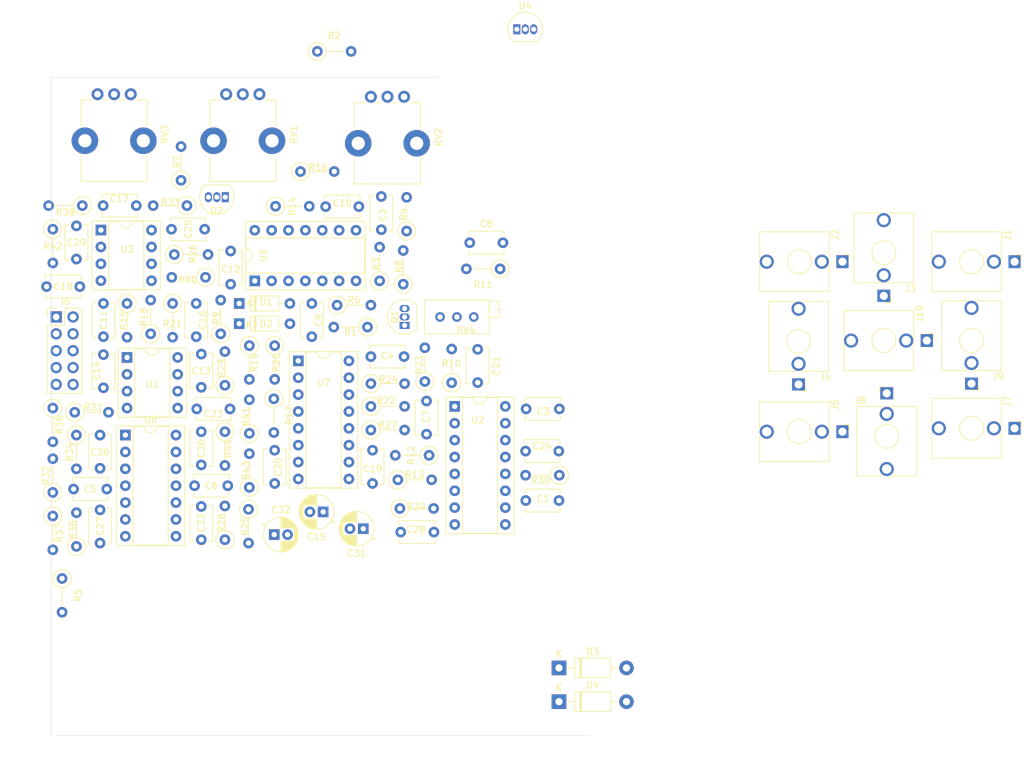
<source format=kicad_pcb>
(kicad_pcb (version 20171130) (host pcbnew "(5.1.0)-1")
  (layers (0 F.Cu signal) (31 B.Cu signal) (34 B.Paste user) (35 F.Paste user) (36 B.SilkS user) (37 F.SilkS user) (38 B.Mask user) (39 F.Mask user) (44 Edge.Cuts user))
  (net 0 "")
  (net 1 GND)
  (net 2 -12V)
  (net 3 "Net-(C2-Pad1)")
  (net 4 "Net-(C2-Pad2)")
  (net 5 +12V)
  (net 6 pin11)
  (net 7 "Net-(C4-Pad2)")
  (net 8 "Net-(C7-Pad1)")
  (net 9 -5VRef)
  (net 10 LP1)
  (net 11 pin4)
  (net 12 "Net-(C12-Pad2)")
  (net 13 "Net-(C12-Pad1)")
  (net 14 LP4)
  (net 15 "Net-(C15-Pad2)")
  (net 16 "Net-(C16-Pad1)")
  (net 17 In)
  (net 18 "Net-(C21-Pad2)")
  (net 19 "Net-(C22-Pad1)")
  (net 20 "Net-(C22-Pad2)")
  (net 21 pin13)
  (net 22 LP2)
  (net 23 "Net-(C24-Pad1)")
  (net 24 pin12)
  (net 25 LP3)
  (net 26 "Net-(C26-Pad2)")
  (net 27 "Net-(C26-Pad1)")
  (net 28 "Net-(C27-Pad1)")
  (net 29 "Net-(C27-Pad2)")
  (net 30 "Net-(C28-Pad1)")
  (net 31 pin5)
  (net 32 "Net-(C30-Pad1)")
  (net 33 "Net-(C30-Pad2)")
  (net 34 "Net-(D1-Pad1)")
  (net 35 "Net-(J1-PadTN)")
  (net 36 "Net-(J1-PadT)")
  (net 37 "Net-(J2-PadTN)")
  (net 38 "Net-(J2-PadT)")
  (net 39 "Net-(J3-PadT)")
  (net 40 "Net-(J3-PadTN)")
  (net 41 "Net-(J4-PadTN)")
  (net 42 "Net-(J5-PadTN)")
  (net 43 "Net-(J5-PadT)")
  (net 44 "Net-(J7-PadT)")
  (net 45 "Net-(J7-PadTN)")
  (net 46 "Net-(J8-PadT)")
  (net 47 "Net-(J8-PadTN)")
  (net 48 "Net-(J9-PadT)")
  (net 49 "Net-(J9-PadTN)")
  (net 50 "Net-(J10-PadTN)")
  (net 51 "Net-(J10-PadT)")
  (net 52 I_RES)
  (net 53 "Net-(Q1-Pad1)")
  (net 54 I_VCA)
  (net 55 "Net-(Q2-Pad1)")
  (net 56 "Net-(R1-Pad1)")
  (net 57 "Net-(R1-Pad2)")
  (net 58 "Net-(R2-Pad1)")
  (net 59 "Net-(R4-Pad2)")
  (net 60 "Net-(R7-Pad2)")
  (net 61 "Net-(R9-Pad1)")
  (net 62 pin2)
  (net 63 "Net-(R17-Pad1)")
  (net 64 pin15)
  (net 65 "Net-(R20-Pad2)")
  (net 66 "Net-(R22-Pad1)")
  (net 67 "Net-(R23-Pad2)")
  (net 68 pin10)
  (net 69 pin7)
  (net 70 "Net-(U2-Pad1)")
  (net 71 "Net-(U7-Pad9)")
  (net 72 "Net-(U7-Pad2)")
  (net 73 "Net-(U7-Pad10)")
  (net 74 "Net-(U7-Pad7)")
  (net 75 "Net-(U7-Pad15)")
  (net 76 "Net-(U7-Pad8)")
  (module Capacitor_THT:C_Disc_D5.1mm_W3.2mm_P5.00mm (layer F.Cu) (at 123.444 109.4232 180)
    (fp_text reference C1 (at 2.413 0.254 180) (layer F.SilkS))
    (fp_text value 100n)
    (pad 1 thru_hole circle (at 0 0 180) (size 1.6 1.6) (drill 0.8) (layers *.Cu *.Mask) (net 1 GND))
    (pad 2 thru_hole circle (at 5 0 180) (size 1.6 1.6) (drill 0.8) (layers *.Cu *.Mask) (net 2 -12V))
  )
  (module Capacitor_THT:C_Disc_D5.1mm_W3.2mm_P5.00mm (layer F.Cu) (at 96.6978 63.6524 270)
    (fp_text reference C2 (at 2.794 -0.254 270) (layer F.SilkS))
    (fp_text value 560p)
    (pad 1 thru_hole circle (at 0 0 270) (size 1.6 1.6) (drill 0.8) (layers *.Cu *.Mask) (net 3 "Net-(C2-Pad1)"))
    (pad 2 thru_hole circle (at 5 0 270) (size 1.6 1.6) (drill 0.8) (layers *.Cu *.Mask) (net 4 "Net-(C2-Pad2)"))
  )
  (module Capacitor_THT:C_Disc_D5.1mm_W3.2mm_P5.00mm (layer F.Cu) (at 123.4948 95.631 180)
    (fp_text reference C3 (at 2.413 -0.381 180) (layer F.SilkS))
    (fp_text value 100n)
    (pad 2 thru_hole circle (at 5 0 180) (size 1.6 1.6) (drill 0.8) (layers *.Cu *.Mask) (net 5 +12V))
    (pad 1 thru_hole circle (at 0 0 180) (size 1.6 1.6) (drill 0.8) (layers *.Cu *.Mask) (net 1 GND))
  )
  (module Capacitor_THT:C_Disc_D5.1mm_W3.2mm_P5.00mm (layer F.Cu) (at 95.123 87.757)
    (fp_text reference C4 (at 2.4638 -0.127) (layer F.SilkS))
    (fp_text value 560p)
    (pad 1 thru_hole circle (at 0 0) (size 1.6 1.6) (drill 0.8) (layers *.Cu *.Mask) (net 6 pin11))
    (pad 2 thru_hole circle (at 5 0) (size 1.6 1.6) (drill 0.8) (layers *.Cu *.Mask) (net 7 "Net-(C4-Pad2)"))
  )
  (module Capacitor_THT:C_Disc_D5.1mm_W3.2mm_P5.00mm (layer F.Cu) (at 55.372 107.696 180)
    (fp_text reference C5 (at 2.54 0 180) (layer F.SilkS))
    (fp_text value 100n)
    (pad 1 thru_hole circle (at 0 0 180) (size 1.6 1.6) (drill 0.8) (layers *.Cu *.Mask) (net 5 +12V))
    (pad 2 thru_hole circle (at 5 0 180) (size 1.6 1.6) (drill 0.8) (layers *.Cu *.Mask) (net 1 GND))
  )
  (module Capacitor_THT:C_Disc_D5.1mm_W3.2mm_P5.00mm (layer F.Cu) (at 68.58 107.188)
    (fp_text reference C6 (at 2.5 0) (layer F.SilkS))
    (fp_text value 100n)
    (pad 1 thru_hole circle (at 0 0) (size 1.6 1.6) (drill 0.8) (layers *.Cu *.Mask) (net 2 -12V))
    (pad 2 thru_hole circle (at 5 0) (size 1.6 1.6) (drill 0.8) (layers *.Cu *.Mask) (net 1 GND))
  )
  (module Capacitor_THT:C_Disc_D5.1mm_W3.2mm_P5.00mm (layer F.Cu) (at 103.505 99.441 90)
    (fp_text reference C7 (at 2.667 0 90) (layer F.SilkS))
    (fp_text value 560p)
    (pad 1 thru_hole circle (at 0 0 90) (size 1.6 1.6) (drill 0.8) (layers *.Cu *.Mask) (net 8 "Net-(C7-Pad1)"))
    (pad 2 thru_hole circle (at 5 0 90) (size 1.6 1.6) (drill 0.8) (layers *.Cu *.Mask) (net 1 GND))
  )
  (module Capacitor_THT:C_Disc_D5.1mm_W3.2mm_P5.00mm (layer F.Cu) (at 110.0074 70.612)
    (fp_text reference C8 (at 2.5 -2.85) (layer F.SilkS))
    (fp_text value 220n)
    (pad 2 thru_hole circle (at 5 0) (size 1.6 1.6) (drill 0.8) (layers *.Cu *.Mask) (net 9 -5VRef))
    (pad 1 thru_hole circle (at 0 0) (size 1.6 1.6) (drill 0.8) (layers *.Cu *.Mask) (net 1 GND))
  )
  (module Capacitor_THT:C_Disc_D5.1mm_W3.2mm_P5.00mm (layer F.Cu) (at 86.233 79.756 270)
    (fp_text reference C9 (at 2.54 -1.016 270) (layer F.SilkS))
    (fp_text value 100n)
    (pad 1 thru_hole circle (at 0 0 270) (size 1.6 1.6) (drill 0.8) (layers *.Cu *.Mask) (net 5 +12V))
    (pad 2 thru_hole circle (at 5 0 270) (size 1.6 1.6) (drill 0.8) (layers *.Cu *.Mask) (net 1 GND))
  )
  (module Capacitor_THT:C_Disc_D5.1mm_W3.2mm_P5.00mm (layer F.Cu) (at 88.3158 65.1764)
    (fp_text reference C10 (at 2.5 -0.508) (layer F.SilkS))
    (fp_text value 100n)
    (pad 2 thru_hole circle (at 5 0) (size 1.6 1.6) (drill 0.8) (layers *.Cu *.Mask) (net 1 GND))
    (pad 1 thru_hole circle (at 0 0) (size 1.6 1.6) (drill 0.8) (layers *.Cu *.Mask) (net 2 -12V))
  )
  (module Capacitor_THT:C_Disc_D5.1mm_W3.2mm_P5.00mm (layer F.Cu) (at 54.864 79.756 270)
    (fp_text reference C11 (at 2.5 0 270) (layer F.SilkS))
    (fp_text value 220p)
    (pad 1 thru_hole circle (at 0 0 270) (size 1.6 1.6) (drill 0.8) (layers *.Cu *.Mask) (net 10 LP1))
    (pad 2 thru_hole circle (at 5 0 270) (size 1.6 1.6) (drill 0.8) (layers *.Cu *.Mask) (net 11 pin4))
  )
  (module Capacitor_THT:C_Disc_D5.1mm_W3.2mm_P5.00mm (layer F.Cu) (at 74.0156 76.8604 90)
    (fp_text reference C12 (at 2.286 0 180) (layer F.SilkS))
    (fp_text value 560p)
    (pad 2 thru_hole circle (at 5 0 90) (size 1.6 1.6) (drill 0.8) (layers *.Cu *.Mask) (net 12 "Net-(C12-Pad2)"))
    (pad 1 thru_hole circle (at 0 0 90) (size 1.6 1.6) (drill 0.8) (layers *.Cu *.Mask) (net 13 "Net-(C12-Pad1)"))
  )
  (module Capacitor_THT:C_Disc_D5.1mm_W3.2mm_P5.00mm (layer F.Cu) (at 69.596 87.376 270)
    (fp_text reference C13 (at 2.54 0) (layer F.SilkS))
    (fp_text value 100n)
    (pad 2 thru_hole circle (at 5 0 270) (size 1.6 1.6) (drill 0.8) (layers *.Cu *.Mask) (net 1 GND))
    (pad 1 thru_hole circle (at 0 0 270) (size 1.6 1.6) (drill 0.8) (layers *.Cu *.Mask) (net 5 +12V))
  )
  (module Capacitor_THT:C_Disc_D5.1mm_W3.2mm_P5.00mm (layer F.Cu) (at 54.864 92.456 90)
    (fp_text reference C14 (at 2.54 -1.016 90) (layer F.SilkS))
    (fp_text value 100n)
    (pad 1 thru_hole circle (at 0 0 90) (size 1.6 1.6) (drill 0.8) (layers *.Cu *.Mask) (net 2 -12V))
    (pad 2 thru_hole circle (at 5 0 90) (size 1.6 1.6) (drill 0.8) (layers *.Cu *.Mask) (net 1 GND))
  )
  (module Capacitor_THT:CP_Radial_D5.0mm_P2.00mm (layer F.Cu) (at 87.9475 111.125 180)
    (fp_text reference C15 (at 1 -3.75 180) (layer F.SilkS))
    (fp_text value 4.7u)
    (pad 1 thru_hole rect (at 0 0 180) (size 1.6 1.6) (drill 0.8) (layers *.Cu *.Mask) (net 14 LP4))
    (pad 2 thru_hole circle (at 2 0 180) (size 1.6 1.6) (drill 0.8) (layers *.Cu *.Mask) (net 15 "Net-(C15-Pad2)"))
  )
  (module Capacitor_THT:C_Disc_D5.1mm_W3.2mm_P5.00mm (layer F.Cu) (at 68.834 79.756 270)
    (fp_text reference C16 (at 2.5 -1.016 270) (layer F.SilkS))
    (fp_text value 560p)
    (pad 2 thru_hole circle (at 5 0 270) (size 1.6 1.6) (drill 0.8) (layers *.Cu *.Mask) (net 1 GND))
    (pad 1 thru_hole circle (at 0 0 270) (size 1.6 1.6) (drill 0.8) (layers *.Cu *.Mask) (net 16 "Net-(C16-Pad1)"))
  )
  (module Capacitor_THT:C_Disc_D5.1mm_W3.2mm_P5.00mm (layer F.Cu) (at 59.817 65.024 180)
    (fp_text reference C17 (at 2.54 1.016 180) (layer F.SilkS))
    (fp_text value 100n)
    (pad 2 thru_hole circle (at 5 0 180) (size 1.6 1.6) (drill 0.8) (layers *.Cu *.Mask) (net 1 GND))
    (pad 1 thru_hole circle (at 0 0 180) (size 1.6 1.6) (drill 0.8) (layers *.Cu *.Mask) (net 5 +12V))
  )
  (module Capacitor_THT:C_Disc_D5.1mm_W3.2mm_P5.00mm (layer F.Cu) (at 51.308 77.216 180)
    (fp_text reference C18 (at 2.5 0 180) (layer F.SilkS))
    (fp_text value 100n)
    (pad 1 thru_hole circle (at 0 0 180) (size 1.6 1.6) (drill 0.8) (layers *.Cu *.Mask) (net 2 -12V))
    (pad 2 thru_hole circle (at 5 0 180) (size 1.6 1.6) (drill 0.8) (layers *.Cu *.Mask) (net 1 GND))
  )
  (module Capacitor_THT:C_Disc_D5.1mm_W3.2mm_P5.00mm (layer F.Cu) (at 95.377 101.854 270)
    (fp_text reference C19 (at 2.794 0) (layer F.SilkS))
    (fp_text value 100n)
    (pad 1 thru_hole circle (at 0 0 270) (size 1.6 1.6) (drill 0.8) (layers *.Cu *.Mask) (net 5 +12V))
    (pad 2 thru_hole circle (at 5 0 270) (size 1.6 1.6) (drill 0.8) (layers *.Cu *.Mask) (net 1 GND))
  )
  (module Capacitor_THT:C_Disc_D5.1mm_W3.2mm_P5.00mm (layer F.Cu) (at 80.645 101.854 270)
    (fp_text reference C20 (at 2.54 -0.508 270) (layer F.SilkS))
    (fp_text value 100n)
    (pad 2 thru_hole circle (at 5 0 270) (size 1.6 1.6) (drill 0.8) (layers *.Cu *.Mask) (net 1 GND))
    (pad 1 thru_hole circle (at 0 0 270) (size 1.6 1.6) (drill 0.8) (layers *.Cu *.Mask) (net 2 -12V))
  )
  (module Capacitor_THT:C_Disc_D5.1mm_W3.2mm_P5.00mm (layer F.Cu) (at 111.2012 86.6648 270)
    (fp_text reference C21 (at 2.5 -2.85 270) (layer F.SilkS))
    (fp_text value 220p)
    (pad 1 thru_hole circle (at 0 0 270) (size 1.6 1.6) (drill 0.8) (layers *.Cu *.Mask) (net 17 In))
    (pad 2 thru_hole circle (at 5 0 270) (size 1.6 1.6) (drill 0.8) (layers *.Cu *.Mask) (net 18 "Net-(C21-Pad2)"))
  )
  (module Capacitor_THT:C_Disc_D5.1mm_W3.2mm_P5.00mm (layer F.Cu) (at 69.596 115.316 90)
    (fp_text reference C22 (at 2.54 0 90) (layer F.SilkS))
    (fp_text value 47p)
    (pad 1 thru_hole circle (at 0 0 90) (size 1.6 1.6) (drill 0.8) (layers *.Cu *.Mask) (net 19 "Net-(C22-Pad1)"))
    (pad 2 thru_hole circle (at 5 0 90) (size 1.6 1.6) (drill 0.8) (layers *.Cu *.Mask) (net 20 "Net-(C22-Pad2)"))
  )
  (module Capacitor_THT:C_Disc_D5.1mm_W3.2mm_P5.00mm (layer F.Cu) (at 73.914 95.631 180)
    (fp_text reference C23 (at 2.5 -0.762 180) (layer F.SilkS))
    (fp_text value 220p)
    (pad 2 thru_hole circle (at 5 0 180) (size 1.6 1.6) (drill 0.8) (layers *.Cu *.Mask) (net 21 pin13))
    (pad 1 thru_hole circle (at 0 0 180) (size 1.6 1.6) (drill 0.8) (layers *.Cu *.Mask) (net 22 LP2))
  )
  (module Capacitor_THT:C_Disc_D5.1mm_W3.2mm_P5.00mm (layer F.Cu) (at 118.4148 101.981)
    (fp_text reference C24 (at 2.5 -0.762) (layer F.SilkS))
    (fp_text value 560p)
    (pad 2 thru_hole circle (at 5 0) (size 1.6 1.6) (drill 0.8) (layers *.Cu *.Mask) (net 1 GND))
    (pad 1 thru_hole circle (at 0 0) (size 1.6 1.6) (drill 0.8) (layers *.Cu *.Mask) (net 23 "Net-(C24-Pad1)"))
  )
  (module Capacitor_THT:C_Disc_D5.1mm_W3.2mm_P5.00mm (layer F.Cu) (at 70.104 68.58 180)
    (fp_text reference C25 (at 2.5 0 270) (layer F.SilkS))
    (fp_text value 220p)
    (pad 2 thru_hole circle (at 5 0 180) (size 1.6 1.6) (drill 0.8) (layers *.Cu *.Mask) (net 24 pin12))
    (pad 1 thru_hole circle (at 0 0 180) (size 1.6 1.6) (drill 0.8) (layers *.Cu *.Mask) (net 25 LP3))
  )
  (module Capacitor_THT:C_Disc_D5.1mm_W3.2mm_P5.00mm (layer F.Cu) (at 54.356 99.568 270)
    (fp_text reference C26 (at 2.54 0) (layer F.SilkS))
    (fp_text value 47p)
    (pad 2 thru_hole circle (at 5 0 270) (size 1.6 1.6) (drill 0.8) (layers *.Cu *.Mask) (net 26 "Net-(C26-Pad2)"))
    (pad 1 thru_hole circle (at 0 0 270) (size 1.6 1.6) (drill 0.8) (layers *.Cu *.Mask) (net 27 "Net-(C26-Pad1)"))
  )
  (module Capacitor_THT:C_Disc_D5.1mm_W3.2mm_P5.00mm (layer F.Cu) (at 54.356 115.824 90)
    (fp_text reference C27 (at 2.54 0 90) (layer F.SilkS))
    (fp_text value 47p)
    (pad 1 thru_hole circle (at 0 0 90) (size 1.6 1.6) (drill 0.8) (layers *.Cu *.Mask) (net 28 "Net-(C27-Pad1)"))
    (pad 2 thru_hole circle (at 5 0 90) (size 1.6 1.6) (drill 0.8) (layers *.Cu *.Mask) (net 29 "Net-(C27-Pad2)"))
  )
  (module Capacitor_THT:C_Disc_D5.1mm_W3.2mm_P5.00mm (layer F.Cu) (at 99.6188 114.173)
    (fp_text reference C28 (at 2.286 -0.381) (layer F.SilkS))
    (fp_text value 560p)
    (pad 2 thru_hole circle (at 5 0) (size 1.6 1.6) (drill 0.8) (layers *.Cu *.Mask) (net 1 GND))
    (pad 1 thru_hole circle (at 0 0) (size 1.6 1.6) (drill 0.8) (layers *.Cu *.Mask) (net 30 "Net-(C28-Pad1)"))
  )
  (module Capacitor_THT:C_Disc_D5.1mm_W3.2mm_P5.00mm (layer F.Cu) (at 50.8 68.072 270)
    (fp_text reference C29 (at 2.54 0) (layer F.SilkS))
    (fp_text value 220p)
    (pad 2 thru_hole circle (at 5 0 270) (size 1.6 1.6) (drill 0.8) (layers *.Cu *.Mask) (net 31 pin5))
    (pad 1 thru_hole circle (at 0 0 270) (size 1.6 1.6) (drill 0.8) (layers *.Cu *.Mask) (net 14 LP4))
  )
  (module Capacitor_THT:C_Disc_D5.1mm_W3.2mm_P5.00mm (layer F.Cu) (at 69.596 99.06 270)
    (fp_text reference C30 (at 2.54 0 270) (layer F.SilkS))
    (fp_text value 47p)
    (pad 1 thru_hole circle (at 0 0 270) (size 1.6 1.6) (drill 0.8) (layers *.Cu *.Mask) (net 32 "Net-(C30-Pad1)"))
    (pad 2 thru_hole circle (at 5 0 270) (size 1.6 1.6) (drill 0.8) (layers *.Cu *.Mask) (net 33 "Net-(C30-Pad2)"))
  )
  (module Capacitor_THT:CP_Radial_D5.0mm_P2.00mm (layer F.Cu) (at 93.98 113.665 180)
    (fp_text reference C31 (at 1 -3.75 180) (layer F.SilkS))
    (fp_text value 47u)
    (pad 2 thru_hole circle (at 2 0 180) (size 1.6 1.6) (drill 0.8) (layers *.Cu *.Mask) (net 1 GND))
    (pad 1 thru_hole rect (at 0 0 180) (size 1.6 1.6) (drill 0.8) (layers *.Cu *.Mask) (net 5 +12V))
  )
  (module Capacitor_THT:CP_Radial_D5.0mm_P2.00mm (layer F.Cu) (at 80.5815 114.554)
    (fp_text reference C32 (at 1 -3.75) (layer F.SilkS))
    (fp_text value 47u)
    (pad 1 thru_hole rect (at 0 0) (size 1.6 1.6) (drill 0.8) (layers *.Cu *.Mask) (net 1 GND))
    (pad 2 thru_hole circle (at 2 0) (size 1.6 1.6) (drill 0.8) (layers *.Cu *.Mask) (net 2 -12V))
  )
  (module Diode_THT:D_DO-35_SOD27_P7.62mm_Horizontal (layer F.Cu) (at 75.311 79.756)
    (fp_text reference D1 (at 4.064 -0.254) (layer F.SilkS))
    (fp_text value 1N4148)
    (fp_text user K (at 1.778 0) (layer F.SilkS))
    (pad 1 thru_hole rect (at 0 0) (size 1.6 1.6) (drill 0.8) (layers *.Cu *.Mask) (net 34 "Net-(D1-Pad1)"))
    (pad 2 thru_hole oval (at 7.62 0) (size 1.6 1.6) (drill 0.8) (layers *.Cu *.Mask) (net 7 "Net-(C4-Pad2)"))
  )
  (module Diode_THT:D_DO-35_SOD27_P7.62mm_Horizontal (layer F.Cu) (at 75.311 82.804)
    (fp_text reference D2 (at 4.064 0) (layer F.SilkS))
    (fp_text value 1N4148)
    (fp_text user K (at 1.524 0.254) (layer F.SilkS))
    (pad 2 thru_hole oval (at 7.62 0) (size 1.6 1.6) (drill 0.8) (layers *.Cu *.Mask) (net 34 "Net-(D1-Pad1)"))
    (pad 1 thru_hole rect (at 0 0) (size 1.6 1.6) (drill 0.8) (layers *.Cu *.Mask) (net 6 pin11))
  )
  (module Diode_THT:D_DO-41_SOD81_P10.16mm_Horizontal (layer F.Cu) (at 123.444 134.62)
    (fp_text reference D3 (at 5.08 -2.47) (layer F.SilkS))
    (fp_text value 1N5819)
    (fp_text user K (at 0 -2.1) (layer F.SilkS))
    (pad 1 thru_hole rect (at 0 0) (size 2.2 2.2) (drill 1.1) (layers *.Cu *.Mask) (net 5 +12V))
    (pad 2 thru_hole oval (at 10.16 0) (size 2.2 2.2) (drill 1.1) (layers *.Cu *.Mask) (net 1 GND))
  )
  (module Diode_THT:D_DO-41_SOD81_P10.16mm_Horizontal (layer F.Cu) (at 123.444 139.7)
    (fp_text reference D4 (at 5.08 -2.47) (layer F.SilkS))
    (fp_text value 1N5819)
    (fp_text user K (at 0 -2.1) (layer F.SilkS))
    (pad 2 thru_hole oval (at 10.16 0) (size 2.2 2.2) (drill 1.1) (layers *.Cu *.Mask) (net 2 -12V))
    (pad 1 thru_hole rect (at 0 0) (size 2.2 2.2) (drill 1.1) (layers *.Cu *.Mask) (net 1 GND))
  )
  (module Connector_Audio:Jack_3.5mm_QingPu_WQP-PJ398SM_Vertical_CircularHoles (layer F.Cu) (at 192.024 73.468 270)
    (fp_text reference J1 (at -4.03 1.08 90) (layer F.SilkS))
    (fp_text value "CV Mod")
    (pad TN thru_hole circle (at 0 3.1 90) (size 2.13 2.13) (drill 1.42) (layers *.Cu *.Mask) (net 35 "Net-(J1-PadTN)"))
    (pad S thru_hole rect (at 0 0 90) (size 1.93 1.83) (drill 1.22) (layers *.Cu *.Mask) (net 1 GND))
    (pad T thru_hole circle (at 0 11.4 90) (size 2.13 2.13) (drill 1.43) (layers *.Cu *.Mask) (net 36 "Net-(J1-PadT)"))
  )
  (module Connector_Audio:Jack_3.5mm_QingPu_WQP-PJ398SM_Vertical_CircularHoles (layer F.Cu) (at 166.116 73.468 270)
    (fp_text reference J2 (at -4.03 1.08 90) (layer F.SilkS))
    (fp_text value Q_CV)
    (pad TN thru_hole circle (at 0 3.1 90) (size 2.13 2.13) (drill 1.42) (layers *.Cu *.Mask) (net 37 "Net-(J2-PadTN)"))
    (pad S thru_hole rect (at 0 0 90) (size 1.93 1.83) (drill 1.22) (layers *.Cu *.Mask) (net 1 GND))
    (pad T thru_hole circle (at 0 11.4 90) (size 2.13 2.13) (drill 1.43) (layers *.Cu *.Mask) (net 38 "Net-(J2-PadT)"))
  )
  (module Connector_Audio:Jack_3.5mm_QingPu_WQP-PJ398SM_Vertical_CircularHoles (layer F.Cu) (at 172.339 78.613 180)
    (fp_text reference J3 (at -4.03 1.08) (layer F.SilkS))
    (fp_text value "CV In")
    (pad T thru_hole circle (at 0 11.4) (size 2.13 2.13) (drill 1.43) (layers *.Cu *.Mask) (net 39 "Net-(J3-PadT)"))
    (pad S thru_hole rect (at 0 0) (size 1.93 1.83) (drill 1.22) (layers *.Cu *.Mask) (net 1 GND))
    (pad TN thru_hole circle (at 0 3.1) (size 2.13 2.13) (drill 1.42) (layers *.Cu *.Mask) (net 40 "Net-(J3-PadTN)"))
  )
  (module Connector_Audio:Jack_3.5mm_QingPu_WQP-PJ398SM_Vertical_CircularHoles (layer F.Cu) (at 159.512 91.948 180)
    (fp_text reference J4 (at -4.03 1.08) (layer F.SilkS))
    (fp_text value Input)
    (pad TN thru_hole circle (at 0 3.1) (size 2.13 2.13) (drill 1.42) (layers *.Cu *.Mask) (net 41 "Net-(J4-PadTN)"))
    (pad S thru_hole rect (at 0 0) (size 1.93 1.83) (drill 1.22) (layers *.Cu *.Mask) (net 1 GND))
    (pad T thru_hole circle (at 0 11.4) (size 2.13 2.13) (drill 1.43) (layers *.Cu *.Mask) (net 17 In))
  )
  (module Connector_Audio:Jack_3.5mm_QingPu_WQP-PJ398SM_Vertical_CircularHoles (layer F.Cu) (at 166.116 99.06 270)
    (fp_text reference J5 (at -4.03 1.08 90) (layer F.SilkS))
    (fp_text value VCA_CV)
    (pad TN thru_hole circle (at 0 3.1 90) (size 2.13 2.13) (drill 1.42) (layers *.Cu *.Mask) (net 42 "Net-(J5-PadTN)"))
    (pad S thru_hole rect (at 0 0 90) (size 1.93 1.83) (drill 1.22) (layers *.Cu *.Mask) (net 1 GND))
    (pad T thru_hole circle (at 0 11.4 90) (size 2.13 2.13) (drill 1.43) (layers *.Cu *.Mask) (net 43 "Net-(J5-PadT)"))
  )
  (module Connector_PinHeader_2.54mm:PinHeader_2x05_P2.54mm_Vertical (layer F.Cu) (at 47.752 81.788)
    (fp_text reference J6 (at 1.27 -2.33) (layer F.SilkS))
    (fp_text value Power)
    (pad 1 thru_hole rect (at 0 0) (size 1.7 1.7) (drill 1) (layers *.Cu *.Mask) (net 5 +12V))
    (pad 2 thru_hole oval (at 2.54 0) (size 1.7 1.7) (drill 1) (layers *.Cu *.Mask) (net 5 +12V))
    (pad 3 thru_hole oval (at 0 2.54) (size 1.7 1.7) (drill 1) (layers *.Cu *.Mask) (net 1 GND))
    (pad 4 thru_hole oval (at 2.54 2.54) (size 1.7 1.7) (drill 1) (layers *.Cu *.Mask) (net 1 GND))
    (pad 5 thru_hole oval (at 0 5.08) (size 1.7 1.7) (drill 1) (layers *.Cu *.Mask) (net 1 GND))
    (pad 6 thru_hole oval (at 2.54 5.08) (size 1.7 1.7) (drill 1) (layers *.Cu *.Mask) (net 1 GND))
    (pad 7 thru_hole oval (at 0 7.62) (size 1.7 1.7) (drill 1) (layers *.Cu *.Mask) (net 1 GND))
    (pad 8 thru_hole oval (at 2.54 7.62) (size 1.7 1.7) (drill 1) (layers *.Cu *.Mask) (net 1 GND))
    (pad 9 thru_hole oval (at 0 10.16) (size 1.7 1.7) (drill 1) (layers *.Cu *.Mask) (net 2 -12V))
    (pad 10 thru_hole oval (at 2.54 10.16) (size 1.7 1.7) (drill 1) (layers *.Cu *.Mask) (net 2 -12V))
  )
  (module Connector_Audio:Jack_3.5mm_QingPu_WQP-PJ398SM_Vertical_CircularHoles (layer F.Cu) (at 192.024 98.552 270)
    (fp_text reference J7 (at -4.03 1.08 90) (layer F.SilkS))
    (fp_text value "VCA Out")
    (pad T thru_hole circle (at 0 11.4 90) (size 2.13 2.13) (drill 1.43) (layers *.Cu *.Mask) (net 44 "Net-(J7-PadT)"))
    (pad S thru_hole rect (at 0 0 90) (size 1.93 1.83) (drill 1.22) (layers *.Cu *.Mask) (net 1 GND))
    (pad TN thru_hole circle (at 0 3.1 90) (size 2.13 2.13) (drill 1.42) (layers *.Cu *.Mask) (net 45 "Net-(J7-PadTN)"))
  )
  (module Connector_Audio:Jack_3.5mm_QingPu_WQP-PJ398SM_Vertical_CircularHoles (layer F.Cu) (at 172.782 93.28)
    (fp_text reference J8 (at -4.03 1.08 180) (layer F.SilkS))
    (fp_text value "LP4 Out")
    (pad T thru_hole circle (at 0 11.4 180) (size 2.13 2.13) (drill 1.43) (layers *.Cu *.Mask) (net 46 "Net-(J8-PadT)"))
    (pad S thru_hole rect (at 0 0 180) (size 1.93 1.83) (drill 1.22) (layers *.Cu *.Mask) (net 1 GND))
    (pad TN thru_hole circle (at 0 3.1 180) (size 2.13 2.13) (drill 1.42) (layers *.Cu *.Mask) (net 47 "Net-(J8-PadTN)"))
  )
  (module Connector_Audio:Jack_3.5mm_QingPu_WQP-PJ398SM_Vertical_CircularHoles (layer F.Cu) (at 185.547 91.821 180)
    (fp_text reference J9 (at -4.03 1.08) (layer F.SilkS))
    (fp_text value "LP2 Out")
    (pad T thru_hole circle (at 0 11.4) (size 2.13 2.13) (drill 1.43) (layers *.Cu *.Mask) (net 48 "Net-(J9-PadT)"))
    (pad S thru_hole rect (at 0 0) (size 1.93 1.83) (drill 1.22) (layers *.Cu *.Mask) (net 1 GND))
    (pad TN thru_hole circle (at 0 3.1) (size 2.13 2.13) (drill 1.42) (layers *.Cu *.Mask) (net 49 "Net-(J9-PadTN)"))
  )
  (module Connector_Audio:Jack_3.5mm_QingPu_WQP-PJ398SM_Vertical_CircularHoles (layer F.Cu) (at 178.816 85.344 270)
    (fp_text reference J10 (at -4.03 1.08 90) (layer F.SilkS))
    (fp_text value "BP2 Out")
    (pad TN thru_hole circle (at 0 3.1 90) (size 2.13 2.13) (drill 1.42) (layers *.Cu *.Mask) (net 50 "Net-(J10-PadTN)"))
    (pad S thru_hole rect (at 0 0 90) (size 1.93 1.83) (drill 1.22) (layers *.Cu *.Mask) (net 1 GND))
    (pad T thru_hole circle (at 0 11.4 90) (size 2.13 2.13) (drill 1.43) (layers *.Cu *.Mask) (net 51 "Net-(J10-PadT)"))
  )
  (module Package_TO_SOT_THT:TO-92_Inline (layer F.Cu) (at 100.203 83.058 90)
    (fp_text reference Q1 (at 1.27 -1.524 90) (layer F.SilkS))
    (fp_text value 2N3906)
    (pad 2 thru_hole oval (at 1.27 0 90) (size 1.05 1.5) (drill 0.75) (layers *.Cu *.Mask) (net 3 "Net-(C2-Pad1)"))
    (pad 3 thru_hole oval (at 2.54 0 90) (size 1.05 1.5) (drill 0.75) (layers *.Cu *.Mask) (net 52 I_RES))
    (pad 1 thru_hole rect (at 0 0 90) (size 1.05 1.5) (drill 0.75) (layers *.Cu *.Mask) (net 53 "Net-(Q1-Pad1)"))
  )
  (module Package_TO_SOT_THT:TO-92_Inline (layer F.Cu) (at 73.2028 63.754 180)
    (fp_text reference Q2 (at 1.27 -2.032 180) (layer F.SilkS))
    (fp_text value 2N3906)
    (pad 2 thru_hole oval (at 1.27 0 180) (size 1.05 1.5) (drill 0.75) (layers *.Cu *.Mask) (net 13 "Net-(C12-Pad1)"))
    (pad 3 thru_hole oval (at 2.54 0 180) (size 1.05 1.5) (drill 0.75) (layers *.Cu *.Mask) (net 54 I_VCA))
    (pad 1 thru_hole rect (at 0 0 180) (size 1.05 1.5) (drill 0.75) (layers *.Cu *.Mask) (net 55 "Net-(Q2-Pad1)"))
  )
  (module Resistor_THT:R_Axial_DIN0207_L6.3mm_D2.5mm_P5.08mm_Vertical (layer F.Cu) (at 94.615 83.312 180)
    (fp_text reference R1 (at 2.54 -0.762 180) (layer F.SilkS))
    (fp_text value 100K)
    (pad 1 thru_hole circle (at 0 0 180) (size 1.6 1.6) (drill 0.8) (layers *.Cu *.Mask) (net 56 "Net-(R1-Pad1)"))
    (pad 2 thru_hole oval (at 5.08 0 180) (size 1.6 1.6) (drill 0.8) (layers *.Cu *.Mask) (net 57 "Net-(R1-Pad2)"))
  )
  (module Resistor_THT:R_Axial_DIN0207_L6.3mm_D2.5mm_P5.08mm_Vertical (layer F.Cu) (at 87.0712 41.8084)
    (fp_text reference R2 (at 2.54 -2.37) (layer F.SilkS))
    (fp_text value 100K)
    (pad 1 thru_hole circle (at 0 0) (size 1.6 1.6) (drill 0.8) (layers *.Cu *.Mask) (net 58 "Net-(R2-Pad1)"))
    (pad 2 thru_hole oval (at 5.08 0) (size 1.6 1.6) (drill 0.8) (layers *.Cu *.Mask) (net 36 "Net-(J1-PadT)"))
  )
  (module Resistor_THT:R_Axial_DIN0207_L6.3mm_D2.5mm_P5.08mm_Vertical (layer F.Cu) (at 96.4438 76.3524 90)
    (fp_text reference R3 (at 2.54 -0.508 90) (layer F.SilkS))
    (fp_text value 22K)
    (pad 1 thru_hole circle (at 0 0 90) (size 1.6 1.6) (drill 0.8) (layers *.Cu *.Mask) (net 4 "Net-(C2-Pad2)"))
    (pad 2 thru_hole oval (at 5.08 0 90) (size 1.6 1.6) (drill 0.8) (layers *.Cu *.Mask) (net 38 "Net-(J2-PadT)"))
  )
  (module Resistor_THT:R_Axial_DIN0207_L6.3mm_D2.5mm_P5.08mm_Vertical (layer F.Cu) (at 100.5078 68.8594 90)
    (fp_text reference R4 (at 2.54 -0.508 90) (layer F.SilkS))
    (fp_text value 62K)
    (pad 1 thru_hole circle (at 0 0 90) (size 1.6 1.6) (drill 0.8) (layers *.Cu *.Mask) (net 4 "Net-(C2-Pad2)"))
    (pad 2 thru_hole oval (at 5.08 0 90) (size 1.6 1.6) (drill 0.8) (layers *.Cu *.Mask) (net 59 "Net-(R4-Pad2)"))
  )
  (module Resistor_THT:R_Axial_DIN0207_L6.3mm_D2.5mm_P5.08mm_Vertical (layer F.Cu) (at 48.641 121.158 270)
    (fp_text reference R5 (at 2.54 -2.37 270) (layer F.SilkS))
    (fp_text value 100K)
    (pad 2 thru_hole oval (at 5.08 0 270) (size 1.6 1.6) (drill 0.8) (layers *.Cu *.Mask) (net 39 "Net-(J3-PadT)"))
    (pad 1 thru_hole circle (at 0 0 270) (size 1.6 1.6) (drill 0.8) (layers *.Cu *.Mask) (net 7 "Net-(C4-Pad2)"))
  )
  (module Resistor_THT:R_Axial_DIN0207_L6.3mm_D2.5mm_P5.08mm_Vertical (layer F.Cu) (at 90.043 80.01)
    (fp_text reference R6 (at 2.54 -0.762) (layer F.SilkS))
    (fp_text value 100K)
    (pad 2 thru_hole oval (at 5.08 0) (size 1.6 1.6) (drill 0.8) (layers *.Cu *.Mask) (net 56 "Net-(R1-Pad1)"))
    (pad 1 thru_hole circle (at 0 0) (size 1.6 1.6) (drill 0.8) (layers *.Cu *.Mask) (net 7 "Net-(C4-Pad2)"))
  )
  (module Resistor_THT:R_Axial_DIN0207_L6.3mm_D2.5mm_P5.08mm_Vertical (layer F.Cu) (at 66.548 61.214 90)
    (fp_text reference R7 (at 2.794 -0.635 90) (layer F.SilkS))
    (fp_text value 47K)
    (pad 1 thru_hole circle (at 0 0 90) (size 1.6 1.6) (drill 0.8) (layers *.Cu *.Mask) (net 7 "Net-(C4-Pad2)"))
    (pad 2 thru_hole oval (at 5.08 0 90) (size 1.6 1.6) (drill 0.8) (layers *.Cu *.Mask) (net 60 "Net-(R7-Pad2)"))
  )
  (module Resistor_THT:R_Axial_DIN0207_L6.3mm_D2.5mm_P5.08mm_Vertical (layer F.Cu) (at 99.9998 76.8604 90)
    (fp_text reference R8 (at 2.667 -0.635 90) (layer F.SilkS))
    (fp_text value 47K)
    (pad 2 thru_hole oval (at 5.08 0 90) (size 1.6 1.6) (drill 0.8) (layers *.Cu *.Mask) (net 4 "Net-(C2-Pad2)"))
    (pad 1 thru_hole circle (at 0 0 90) (size 1.6 1.6) (drill 0.8) (layers *.Cu *.Mask) (net 53 "Net-(Q1-Pad1)"))
  )
  (module Resistor_THT:R_Axial_DIN0207_L6.3mm_D2.5mm_P5.08mm_Vertical (layer F.Cu) (at 72.517 84.328 90)
    (fp_text reference R9 (at 2.413 -0.635 90) (layer F.SilkS))
    (fp_text value 15K)
    (pad 2 thru_hole oval (at 5.08 0 90) (size 1.6 1.6) (drill 0.8) (layers *.Cu *.Mask) (net 7 "Net-(C4-Pad2)"))
    (pad 1 thru_hole circle (at 0 0 90) (size 1.6 1.6) (drill 0.8) (layers *.Cu *.Mask) (net 61 "Net-(R9-Pad1)"))
  )
  (module Resistor_THT:R_Axial_DIN0207_L6.3mm_D2.5mm_P5.08mm_Vertical (layer F.Cu) (at 107.2896 91.694 90)
    (fp_text reference R10 (at 2.8956 -0.0508 180) (layer F.SilkS))
    (fp_text value 100K)
    (pad 1 thru_hole circle (at 0 0 90) (size 1.6 1.6) (drill 0.8) (layers *.Cu *.Mask) (net 62 pin2))
    (pad 2 thru_hole oval (at 5.08 0 90) (size 1.6 1.6) (drill 0.8) (layers *.Cu *.Mask) (net 17 In))
  )
  (module Resistor_THT:R_Axial_DIN0207_L6.3mm_D2.5mm_P5.08mm_Vertical (layer F.Cu) (at 114.5794 74.549 180)
    (fp_text reference R11 (at 2.54 -2.37 180) (layer F.SilkS))
    (fp_text value 6.8K)
    (pad 1 thru_hole circle (at 0 0 180) (size 1.6 1.6) (drill 0.8) (layers *.Cu *.Mask) (net 9 -5VRef))
    (pad 2 thru_hole oval (at 5.08 0 180) (size 1.6 1.6) (drill 0.8) (layers *.Cu *.Mask) (net 2 -12V))
  )
  (module Resistor_THT:R_Axial_DIN0207_L6.3mm_D2.5mm_P5.08mm_Vertical (layer F.Cu) (at 103.886 102.616 180)
    (fp_text reference R12 (at 2.667 0 270) (layer F.SilkS))
    (fp_text value 510R)
    (pad 1 thru_hole circle (at 0 0 180) (size 1.6 1.6) (drill 0.8) (layers *.Cu *.Mask) (net 8 "Net-(C7-Pad1)"))
    (pad 2 thru_hole oval (at 5.08 0 180) (size 1.6 1.6) (drill 0.8) (layers *.Cu *.Mask) (net 62 pin2))
  )
  (module Resistor_THT:R_Axial_DIN0207_L6.3mm_D2.5mm_P5.08mm_Vertical (layer F.Cu) (at 99.187 106.299)
    (fp_text reference R13 (at 2.54 -0.762) (layer F.SilkS))
    (fp_text value 15K)
    (pad 1 thru_hole circle (at 0 0) (size 1.6 1.6) (drill 0.8) (layers *.Cu *.Mask) (net 5 +12V))
    (pad 2 thru_hole oval (at 5.08 0) (size 1.6 1.6) (drill 0.8) (layers *.Cu *.Mask) (net 42 "Net-(J5-PadTN)"))
  )
  (module Resistor_THT:R_Axial_DIN0207_L6.3mm_D2.5mm_P5.08mm_Vertical (layer F.Cu) (at 80.772 65.1256)
    (fp_text reference R14 (at 2.54 0 90) (layer F.SilkS))
    (fp_text value 27K)
    (pad 2 thru_hole oval (at 5.08 0) (size 1.6 1.6) (drill 0.8) (layers *.Cu *.Mask) (net 43 "Net-(J5-PadT)"))
    (pad 1 thru_hole circle (at 0 0) (size 1.6 1.6) (drill 0.8) (layers *.Cu *.Mask) (net 12 "Net-(C12-Pad2)"))
  )
  (module Resistor_THT:R_Axial_DIN0207_L6.3mm_D2.5mm_P5.08mm_Vertical (layer F.Cu) (at 58.42 79.756 270)
    (fp_text reference R15 (at 2.54 0.508 270) (layer F.SilkS))
    (fp_text value 33K)
    (pad 1 thru_hole circle (at 0 0 270) (size 1.6 1.6) (drill 0.8) (layers *.Cu *.Mask) (net 62 pin2))
    (pad 2 thru_hole oval (at 5.08 0 270) (size 1.6 1.6) (drill 0.8) (layers *.Cu *.Mask) (net 10 LP1))
  )
  (module Resistor_THT:R_Axial_DIN0207_L6.3mm_D2.5mm_P5.08mm_Vertical (layer F.Cu) (at 84.5312 59.8932)
    (fp_text reference R16 (at 2.667 -0.635) (layer F.SilkS))
    (fp_text value 47K)
    (pad 1 thru_hole circle (at 0 0) (size 1.6 1.6) (drill 0.8) (layers *.Cu *.Mask) (net 55 "Net-(Q2-Pad1)"))
    (pad 2 thru_hole oval (at 5.08 0) (size 1.6 1.6) (drill 0.8) (layers *.Cu *.Mask) (net 12 "Net-(C12-Pad2)"))
  )
  (module Resistor_THT:R_Axial_DIN0207_L6.3mm_D2.5mm_P5.08mm_Vertical (layer F.Cu) (at 80.518 94.107 270)
    (fp_text reference R17 (at 2.54 -2.37 270) (layer F.SilkS))
    (fp_text value 100K)
    (pad 2 thru_hole oval (at 5.08 0 270) (size 1.6 1.6) (drill 0.8) (layers *.Cu *.Mask) (net 15 "Net-(C15-Pad2)"))
    (pad 1 thru_hole circle (at 0 0 270) (size 1.6 1.6) (drill 0.8) (layers *.Cu *.Mask) (net 63 "Net-(R17-Pad1)"))
  )
  (module Resistor_THT:R_Axial_DIN0207_L6.3mm_D2.5mm_P5.08mm_Vertical (layer F.Cu) (at 61.976 84.328 90)
    (fp_text reference R18 (at 2.54 -1.016 90) (layer F.SilkS))
    (fp_text value 33K)
    (pad 1 thru_hole circle (at 0 0 90) (size 1.6 1.6) (drill 0.8) (layers *.Cu *.Mask) (net 10 LP1))
    (pad 2 thru_hole oval (at 5.08 0 90) (size 1.6 1.6) (drill 0.8) (layers *.Cu *.Mask) (net 64 pin15))
  )
  (module Resistor_THT:R_Axial_DIN0207_L6.3mm_D2.5mm_P5.08mm_Vertical (layer F.Cu) (at 76.835 86.106 270)
    (fp_text reference R19 (at 2.54 -0.762 270) (layer F.SilkS))
    (fp_text value 1K)
    (pad 2 thru_hole oval (at 5.08 0 270) (size 1.6 1.6) (drill 0.8) (layers *.Cu *.Mask) (net 63 "Net-(R17-Pad1)"))
    (pad 1 thru_hole circle (at 0 0 270) (size 1.6 1.6) (drill 0.8) (layers *.Cu *.Mask) (net 1 GND))
  )
  (module Resistor_THT:R_Axial_DIN0207_L6.3mm_D2.5mm_P5.08mm_Vertical (layer F.Cu) (at 80.645 86.106 270)
    (fp_text reference R20 (at 2.54 -0.254 270) (layer F.SilkS))
    (fp_text value 1K)
    (pad 2 thru_hole oval (at 5.08 0 270) (size 1.6 1.6) (drill 0.8) (layers *.Cu *.Mask) (net 65 "Net-(R20-Pad2)"))
    (pad 1 thru_hole circle (at 0 0 270) (size 1.6 1.6) (drill 0.8) (layers *.Cu *.Mask) (net 1 GND))
  )
  (module Resistor_THT:R_Axial_DIN0207_L6.3mm_D2.5mm_P5.08mm_Vertical (layer F.Cu) (at 65.278 79.756 270)
    (fp_text reference R21 (at 3.048 0) (layer F.SilkS))
    (fp_text value 510R)
    (pad 2 thru_hole oval (at 5.08 0 270) (size 1.6 1.6) (drill 0.8) (layers *.Cu *.Mask) (net 64 pin15))
    (pad 1 thru_hole circle (at 0 0 270) (size 1.6 1.6) (drill 0.8) (layers *.Cu *.Mask) (net 16 "Net-(C16-Pad1)"))
  )
  (module Resistor_THT:R_Axial_DIN0207_L6.3mm_D2.5mm_P5.08mm_Vertical (layer F.Cu) (at 95.123 95.25)
    (fp_text reference R22 (at 2.286 -0.889) (layer F.SilkS))
    (fp_text value 1K)
    (pad 2 thru_hole oval (at 5.08 0) (size 1.6 1.6) (drill 0.8) (layers *.Cu *.Mask) (net 1 GND))
    (pad 1 thru_hole circle (at 0 0) (size 1.6 1.6) (drill 0.8) (layers *.Cu *.Mask) (net 66 "Net-(R22-Pad1)"))
  )
  (module Resistor_THT:R_Axial_DIN0207_L6.3mm_D2.5mm_P5.08mm_Vertical (layer F.Cu) (at 103.251 91.5035 90)
    (fp_text reference R23 (at 2.5019 -0.8382 90) (layer F.SilkS))
    (fp_text value 1K)
    (pad 1 thru_hole circle (at 0 0 90) (size 1.6 1.6) (drill 0.8) (layers *.Cu *.Mask) (net 1 GND))
    (pad 2 thru_hole oval (at 5.08 0 90) (size 1.6 1.6) (drill 0.8) (layers *.Cu *.Mask) (net 67 "Net-(R23-Pad2)"))
  )
  (module Resistor_THT:R_Axial_DIN0207_L6.3mm_D2.5mm_P5.08mm_Vertical (layer F.Cu) (at 95.123 91.821)
    (fp_text reference R24 (at 2.667 -0.635) (layer F.SilkS))
    (fp_text value 300K)
    (pad 2 thru_hole oval (at 5.08 0) (size 1.6 1.6) (drill 0.8) (layers *.Cu *.Mask) (net 18 "Net-(C21-Pad2)"))
    (pad 1 thru_hole circle (at 0 0) (size 1.6 1.6) (drill 0.8) (layers *.Cu *.Mask) (net 67 "Net-(R23-Pad2)"))
  )
  (module Resistor_THT:R_Axial_DIN0207_L6.3mm_D2.5mm_P5.08mm_Vertical (layer F.Cu) (at 76.708 110.744 270)
    (fp_text reference R25 (at 2.54 0.508 270) (layer F.SilkS))
    (fp_text value 100K)
    (pad 1 thru_hole circle (at 0 0 270) (size 1.6 1.6) (drill 0.8) (layers *.Cu *.Mask) (net 44 "Net-(J7-PadT)"))
    (pad 2 thru_hole oval (at 5.08 0 270) (size 1.6 1.6) (drill 0.8) (layers *.Cu *.Mask) (net 20 "Net-(C22-Pad2)"))
  )
  (module Resistor_THT:R_Axial_DIN0207_L6.3mm_D2.5mm_P5.08mm_Vertical (layer F.Cu) (at 65.532 72.39)
    (fp_text reference R26 (at 2.794 -0.127 90) (layer F.SilkS))
    (fp_text value 33K)
    (pad 2 thru_hole oval (at 5.08 0) (size 1.6 1.6) (drill 0.8) (layers *.Cu *.Mask) (net 22 LP2))
    (pad 1 thru_hole circle (at 0 0) (size 1.6 1.6) (drill 0.8) (layers *.Cu *.Mask) (net 64 pin15))
  )
  (module Resistor_THT:R_Axial_DIN0207_L6.3mm_D2.5mm_P5.08mm_Vertical (layer F.Cu) (at 95.123 98.806)
    (fp_text reference R27 (at 2.54 -0.762) (layer F.SilkS))
    (fp_text value 22K)
    (pad 2 thru_hole oval (at 5.08 0) (size 1.6 1.6) (drill 0.8) (layers *.Cu *.Mask) (net 14 LP4))
    (pad 1 thru_hole circle (at 0 0) (size 1.6 1.6) (drill 0.8) (layers *.Cu *.Mask) (net 66 "Net-(R22-Pad1)"))
  )
  (module Resistor_THT:R_Axial_DIN0207_L6.3mm_D2.5mm_P5.08mm_Vertical (layer F.Cu) (at 73.152 115.316 90)
    (fp_text reference R28 (at 2.54 -0.508 90) (layer F.SilkS))
    (fp_text value 1K)
    (pad 1 thru_hole circle (at 0 0 90) (size 1.6 1.6) (drill 0.8) (layers *.Cu *.Mask) (net 19 "Net-(C22-Pad1)"))
    (pad 2 thru_hole oval (at 5.08 0 90) (size 1.6 1.6) (drill 0.8) (layers *.Cu *.Mask) (net 44 "Net-(J7-PadT)"))
  )
  (module Resistor_THT:R_Axial_DIN0207_L6.3mm_D2.5mm_P5.08mm_Vertical (layer F.Cu) (at 73.152 92.075 90)
    (fp_text reference R29 (at 2.54 -0.508 90) (layer F.SilkS))
    (fp_text value 33K)
    (pad 2 thru_hole oval (at 5.08 0 90) (size 1.6 1.6) (drill 0.8) (layers *.Cu *.Mask) (net 68 pin10))
    (pad 1 thru_hole circle (at 0 0 90) (size 1.6 1.6) (drill 0.8) (layers *.Cu *.Mask) (net 22 LP2))
  )
  (module Resistor_THT:R_Axial_DIN0207_L6.3mm_D2.5mm_P5.08mm_Vertical (layer F.Cu) (at 123.4948 105.6132 180)
    (fp_text reference R30 (at 2.794 -0.8128 180) (layer F.SilkS))
    (fp_text value 510R)
    (pad 1 thru_hole circle (at 0 0 180) (size 1.6 1.6) (drill 0.8) (layers *.Cu *.Mask) (net 23 "Net-(C24-Pad1)"))
    (pad 2 thru_hole oval (at 5.08 0 180) (size 1.6 1.6) (drill 0.8) (layers *.Cu *.Mask) (net 68 pin10))
  )
  (module Resistor_THT:R_Axial_DIN0207_L6.3mm_D2.5mm_P5.08mm_Vertical (layer F.Cu) (at 50.546 96.139)
    (fp_text reference R31 (at 2.794 -0.762) (layer F.SilkS))
    (fp_text value 39K)
    (pad 2 thru_hole oval (at 5.08 0) (size 1.6 1.6) (drill 0.8) (layers *.Cu *.Mask) (net 14 LP4))
    (pad 1 thru_hole circle (at 0 0) (size 1.6 1.6) (drill 0.8) (layers *.Cu *.Mask) (net 26 "Net-(C26-Pad2)"))
  )
  (module Resistor_THT:R_Axial_DIN0207_L6.3mm_D2.5mm_P5.08mm_Vertical (layer F.Cu) (at 47.244 108.204 90)
    (fp_text reference R32 (at 2.54 -1.016 90) (layer F.SilkS))
    (fp_text value 39K)
    (pad 2 thru_hole oval (at 5.08 0 90) (size 1.6 1.6) (drill 0.8) (layers *.Cu *.Mask) (net 22 LP2))
    (pad 1 thru_hole circle (at 0 0 90) (size 1.6 1.6) (drill 0.8) (layers *.Cu *.Mask) (net 29 "Net-(C27-Pad2)"))
  )
  (module Resistor_THT:R_Axial_DIN0207_L6.3mm_D2.5mm_P5.08mm_Vertical (layer F.Cu) (at 67.437 65.024 180)
    (fp_text reference R33 (at 2.54 0.508 180) (layer F.SilkS))
    (fp_text value 33K)
    (pad 2 thru_hole oval (at 5.08 0 180) (size 1.6 1.6) (drill 0.8) (layers *.Cu *.Mask) (net 25 LP3))
    (pad 1 thru_hole circle (at 0 0 180) (size 1.6 1.6) (drill 0.8) (layers *.Cu *.Mask) (net 68 pin10))
  )
  (module Resistor_THT:R_Axial_DIN0207_L6.3mm_D2.5mm_P5.08mm_Vertical (layer F.Cu) (at 50.8 99.568 270)
    (fp_text reference R34 (at 2.54 1.016 270) (layer F.SilkS))
    (fp_text value 100K)
    (pad 1 thru_hole circle (at 0 0 270) (size 1.6 1.6) (drill 0.8) (layers *.Cu *.Mask) (net 46 "Net-(J8-PadT)"))
    (pad 2 thru_hole oval (at 5.08 0 270) (size 1.6 1.6) (drill 0.8) (layers *.Cu *.Mask) (net 26 "Net-(C26-Pad2)"))
  )
  (module Resistor_THT:R_Axial_DIN0207_L6.3mm_D2.5mm_P5.08mm_Vertical (layer F.Cu) (at 50.8 116.332 90)
    (fp_text reference R35 (at 2.54 -0.508 90) (layer F.SilkS))
    (fp_text value 100K)
    (pad 1 thru_hole circle (at 0 0 90) (size 1.6 1.6) (drill 0.8) (layers *.Cu *.Mask) (net 48 "Net-(J9-PadT)"))
    (pad 2 thru_hole oval (at 5.08 0 90) (size 1.6 1.6) (drill 0.8) (layers *.Cu *.Mask) (net 29 "Net-(C27-Pad2)"))
  )
  (module Resistor_THT:R_Axial_DIN0207_L6.3mm_D2.5mm_P5.08mm_Vertical (layer F.Cu) (at 47.244 95.504 270)
    (fp_text reference R36 (at 2.54 -1.016 270) (layer F.SilkS))
    (fp_text value 1K)
    (pad 1 thru_hole circle (at 0 0 270) (size 1.6 1.6) (drill 0.8) (layers *.Cu *.Mask) (net 27 "Net-(C26-Pad1)"))
    (pad 2 thru_hole oval (at 5.08 0 270) (size 1.6 1.6) (drill 0.8) (layers *.Cu *.Mask) (net 46 "Net-(J8-PadT)"))
  )
  (module Resistor_THT:R_Axial_DIN0207_L6.3mm_D2.5mm_P5.08mm_Vertical (layer F.Cu) (at 47.244 111.76 270)
    (fp_text reference R37 (at 2.54 -1.016 270) (layer F.SilkS))
    (fp_text value 1K)
    (pad 2 thru_hole oval (at 5.08 0 270) (size 1.6 1.6) (drill 0.8) (layers *.Cu *.Mask) (net 48 "Net-(J9-PadT)"))
    (pad 1 thru_hole circle (at 0 0 270) (size 1.6 1.6) (drill 0.8) (layers *.Cu *.Mask) (net 28 "Net-(C27-Pad1)"))
  )
  (module Resistor_THT:R_Axial_DIN0207_L6.3mm_D2.5mm_P5.08mm_Vertical (layer F.Cu) (at 51.689 65.024 180)
    (fp_text reference R38 (at 2.54 -1.016 180) (layer F.SilkS))
    (fp_text value 33K)
    (pad 2 thru_hole oval (at 5.08 0 180) (size 1.6 1.6) (drill 0.8) (layers *.Cu *.Mask) (net 69 pin7))
    (pad 1 thru_hole circle (at 0 0 180) (size 1.6 1.6) (drill 0.8) (layers *.Cu *.Mask) (net 25 LP3))
  )
  (module Resistor_THT:R_Axial_DIN0207_L6.3mm_D2.5mm_P5.08mm_Vertical (layer F.Cu) (at 99.4918 110.617)
    (fp_text reference R39 (at 2.413 -0.254) (layer F.SilkS))
    (fp_text value 510R)
    (pad 2 thru_hole oval (at 5.08 0) (size 1.6 1.6) (drill 0.8) (layers *.Cu *.Mask) (net 69 pin7))
    (pad 1 thru_hole circle (at 0 0) (size 1.6 1.6) (drill 0.8) (layers *.Cu *.Mask) (net 30 "Net-(C28-Pad1)"))
  )
  (module Resistor_THT:R_Axial_DIN0207_L6.3mm_D2.5mm_P5.08mm_Vertical (layer F.Cu) (at 70.231 75.819 180)
    (fp_text reference R40 (at 2.667 -0.381 180) (layer F.SilkS))
    (fp_text value 39K)
    (pad 2 thru_hole oval (at 5.08 0 180) (size 1.6 1.6) (drill 0.8) (layers *.Cu *.Mask) (net 10 LP1))
    (pad 1 thru_hole circle (at 0 0 180) (size 1.6 1.6) (drill 0.8) (layers *.Cu *.Mask) (net 33 "Net-(C30-Pad2)"))
  )
  (module Resistor_THT:R_Axial_DIN0207_L6.3mm_D2.5mm_P5.08mm_Vertical (layer F.Cu) (at 76.835 99.314 90)
    (fp_text reference R41 (at 2.54 -0.508 90) (layer F.SilkS))
    (fp_text value 39K)
    (pad 1 thru_hole circle (at 0 0 90) (size 1.6 1.6) (drill 0.8) (layers *.Cu *.Mask) (net 33 "Net-(C30-Pad2)"))
    (pad 2 thru_hole oval (at 5.08 0 90) (size 1.6 1.6) (drill 0.8) (layers *.Cu *.Mask) (net 22 LP2))
  )
  (module Resistor_THT:R_Axial_DIN0207_L6.3mm_D2.5mm_P5.08mm_Vertical (layer F.Cu) (at 47.244 68.58 270)
    (fp_text reference R42 (at 2.54 0) (layer F.SilkS))
    (fp_text value 33K)
    (pad 1 thru_hole circle (at 0 0 270) (size 1.6 1.6) (drill 0.8) (layers *.Cu *.Mask) (net 69 pin7))
    (pad 2 thru_hole oval (at 5.08 0 270) (size 1.6 1.6) (drill 0.8) (layers *.Cu *.Mask) (net 14 LP4))
  )
  (module Resistor_THT:R_Axial_DIN0207_L6.3mm_D2.5mm_P5.08mm_Vertical (layer F.Cu) (at 76.835 107.442 90)
    (fp_text reference R43 (at 2.54 -0.508 90) (layer F.SilkS))
    (fp_text value 100K)
    (pad 2 thru_hole oval (at 5.08 0 90) (size 1.6 1.6) (drill 0.8) (layers *.Cu *.Mask) (net 33 "Net-(C30-Pad2)"))
    (pad 1 thru_hole circle (at 0 0 90) (size 1.6 1.6) (drill 0.8) (layers *.Cu *.Mask) (net 51 "Net-(J10-PadT)"))
  )
  (module Resistor_THT:R_Axial_DIN0207_L6.3mm_D2.5mm_P5.08mm_Vertical (layer F.Cu) (at 73.152 99.06 270)
    (fp_text reference R44 (at 2.54 -0.508 270) (layer F.SilkS))
    (fp_text value 1K)
    (pad 1 thru_hole circle (at 0 0 270) (size 1.6 1.6) (drill 0.8) (layers *.Cu *.Mask) (net 32 "Net-(C30-Pad1)"))
    (pad 2 thru_hole oval (at 5.08 0 270) (size 1.6 1.6) (drill 0.8) (layers *.Cu *.Mask) (net 51 "Net-(J10-PadT)"))
  )
  (module Potentiometer_THT:Potentiometer_Bourns_PTV09A-1_Single_Vertical (layer F.Cu) (at 73.3425 48.26 270)
    (fp_text reference RV1 (at 6.05 -10.15 270) (layer F.SilkS))
    (fp_text value 10Kb_res)
    (pad 3 thru_hole circle (at 0 -5 270) (size 1.8 1.8) (drill 1) (layers *.Cu *.Mask) (net 1 GND))
    (pad 2 thru_hole circle (at 0 -2.5 270) (size 1.8 1.8) (drill 1) (layers *.Cu *.Mask) (net 59 "Net-(R4-Pad2)"))
    (pad 1 thru_hole circle (at 0 0 270) (size 1.8 1.8) (drill 1) (layers *.Cu *.Mask) (net 5 +12V))
    (pad "" np_thru_hole circle (at 7 -6.9 270) (size 4 4) (drill 2) (layers *.Cu *.Mask))
    (pad "" np_thru_hole circle (at 7 1.9 270) (size 4 4) (drill 2) (layers *.Cu *.Mask))
  )
  (module Potentiometer_THT:Potentiometer_Bourns_PTV09A-1_Single_Vertical (layer F.Cu) (at 95.123 48.641 270)
    (fp_text reference RV2 (at 6.05 -10.15 270) (layer F.SilkS))
    (fp_text value 10Kb_FM)
    (pad "" np_thru_hole circle (at 7 1.9 270) (size 4 4) (drill 2) (layers *.Cu *.Mask))
    (pad "" np_thru_hole circle (at 7 -6.9 270) (size 4 4) (drill 2) (layers *.Cu *.Mask))
    (pad 1 thru_hole circle (at 0 0 270) (size 1.8 1.8) (drill 1) (layers *.Cu *.Mask) (net 57 "Net-(R1-Pad2)"))
    (pad 2 thru_hole circle (at 0 -2.5 270) (size 1.8 1.8) (drill 1) (layers *.Cu *.Mask) (net 58 "Net-(R2-Pad1)"))
    (pad 3 thru_hole circle (at 0 -5 270) (size 1.8 1.8) (drill 1) (layers *.Cu *.Mask) (net 7 "Net-(C4-Pad2)"))
  )
  (module Potentiometer_THT:Potentiometer_Bourns_PTV09A-1_Single_Vertical (layer F.Cu) (at 53.975 48.26 270)
    (fp_text reference RV3 (at 6.05 -10.15 270) (layer F.SilkS))
    (fp_text value 10kb_fq)
    (pad 3 thru_hole circle (at 0 -5 270) (size 1.8 1.8) (drill 1) (layers *.Cu *.Mask) (net 9 -5VRef))
    (pad 2 thru_hole circle (at 0 -2.5 270) (size 1.8 1.8) (drill 1) (layers *.Cu *.Mask) (net 60 "Net-(R7-Pad2)"))
    (pad 1 thru_hole circle (at 0 0 270) (size 1.8 1.8) (drill 1) (layers *.Cu *.Mask) (net 1 GND))
    (pad "" np_thru_hole circle (at 7 -6.9 270) (size 4 4) (drill 2) (layers *.Cu *.Mask))
    (pad "" np_thru_hole circle (at 7 1.9 270) (size 4 4) (drill 2) (layers *.Cu *.Mask))
  )
  (module Potentiometer_THT:Potentiometer_Bourns_3296X_Horizontal (layer F.Cu) (at 105.537 81.788 180)
    (fp_text reference RV4 (at -3.8862 -1.9812 180) (layer F.SilkS))
    (fp_text value "5K trim")
    (pad 1 thru_hole circle (at 0 0 180) (size 1.44 1.44) (drill 0.8) (layers *.Cu *.Mask) (net 61 "Net-(R9-Pad1)"))
    (pad 2 thru_hole circle (at -2.54 0 180) (size 1.44 1.44) (drill 0.8) (layers *.Cu *.Mask) (net 61 "Net-(R9-Pad1)"))
    (pad 3 thru_hole circle (at -5.08 0 180) (size 1.44 1.44) (drill 0.8) (layers *.Cu *.Mask) (net 6 pin11))
  )
  (module Package_DIP:DIP-8_W7.62mm_Socket (layer F.Cu) (at 58.42 87.884)
    (fp_text reference U1 (at 3.81 4.064) (layer F.SilkS))
    (fp_text value TL072)
    (pad 1 thru_hole rect (at 0 0) (size 1.6 1.6) (drill 0.8) (layers *.Cu *.Mask) (net 10 LP1))
    (pad 5 thru_hole oval (at 7.62 7.62) (size 1.6 1.6) (drill 0.8) (layers *.Cu *.Mask) (net 1 GND))
    (pad 2 thru_hole oval (at 0 2.54) (size 1.6 1.6) (drill 0.8) (layers *.Cu *.Mask) (net 11 pin4))
    (pad 6 thru_hole oval (at 7.62 5.08) (size 1.6 1.6) (drill 0.8) (layers *.Cu *.Mask) (net 21 pin13))
    (pad 3 thru_hole oval (at 0 5.08) (size 1.6 1.6) (drill 0.8) (layers *.Cu *.Mask) (net 1 GND))
    (pad 7 thru_hole oval (at 7.62 2.54) (size 1.6 1.6) (drill 0.8) (layers *.Cu *.Mask) (net 22 LP2))
    (pad 4 thru_hole oval (at 0 7.62) (size 1.6 1.6) (drill 0.8) (layers *.Cu *.Mask) (net 2 -12V))
    (pad 8 thru_hole oval (at 7.62 0) (size 1.6 1.6) (drill 0.8) (layers *.Cu *.Mask) (net 5 +12V))
  )
  (module Package_DIP:DIP-16_W7.62mm_Socket (layer F.Cu) (at 107.7468 95.25)
    (fp_text reference U2 (at 3.4544 2.032) (layer F.SilkS))
    (fp_text value SSI2164)
    (pad 16 thru_hole oval (at 7.62 0) (size 1.6 1.6) (drill 0.8) (layers *.Cu *.Mask) (net 5 +12V))
    (pad 8 thru_hole oval (at 0 17.78) (size 1.6 1.6) (drill 0.8) (layers *.Cu *.Mask) (net 1 GND))
    (pad 15 thru_hole oval (at 7.62 2.54) (size 1.6 1.6) (drill 0.8) (layers *.Cu *.Mask) (net 64 pin15))
    (pad 7 thru_hole oval (at 0 15.24) (size 1.6 1.6) (drill 0.8) (layers *.Cu *.Mask) (net 69 pin7))
    (pad 14 thru_hole oval (at 7.62 5.08) (size 1.6 1.6) (drill 0.8) (layers *.Cu *.Mask) (net 6 pin11))
    (pad 6 thru_hole oval (at 0 12.7) (size 1.6 1.6) (drill 0.8) (layers *.Cu *.Mask) (net 6 pin11))
    (pad 13 thru_hole oval (at 7.62 7.62) (size 1.6 1.6) (drill 0.8) (layers *.Cu *.Mask) (net 21 pin13))
    (pad 5 thru_hole oval (at 0 10.16) (size 1.6 1.6) (drill 0.8) (layers *.Cu *.Mask) (net 31 pin5))
    (pad 12 thru_hole oval (at 7.62 10.16) (size 1.6 1.6) (drill 0.8) (layers *.Cu *.Mask) (net 24 pin12))
    (pad 4 thru_hole oval (at 0 7.62) (size 1.6 1.6) (drill 0.8) (layers *.Cu *.Mask) (net 11 pin4))
    (pad 11 thru_hole oval (at 7.62 12.7) (size 1.6 1.6) (drill 0.8) (layers *.Cu *.Mask) (net 6 pin11))
    (pad 3 thru_hole oval (at 0 5.08) (size 1.6 1.6) (drill 0.8) (layers *.Cu *.Mask) (net 6 pin11))
    (pad 10 thru_hole oval (at 7.62 15.24) (size 1.6 1.6) (drill 0.8) (layers *.Cu *.Mask) (net 68 pin10))
    (pad 2 thru_hole oval (at 0 2.54) (size 1.6 1.6) (drill 0.8) (layers *.Cu *.Mask) (net 62 pin2))
    (pad 9 thru_hole oval (at 7.62 17.78) (size 1.6 1.6) (drill 0.8) (layers *.Cu *.Mask) (net 2 -12V))
    (pad 1 thru_hole rect (at 0 0) (size 1.6 1.6) (drill 0.8) (layers *.Cu *.Mask) (net 70 "Net-(U2-Pad1)"))
  )
  (module Package_DIP:DIP-8_W7.62mm_Socket (layer F.Cu) (at 54.483 68.707)
    (fp_text reference U3 (at 3.937 2.921) (layer F.SilkS))
    (fp_text value TL072)
    (pad 8 thru_hole oval (at 7.62 0) (size 1.6 1.6) (drill 0.8) (layers *.Cu *.Mask) (net 5 +12V))
    (pad 4 thru_hole oval (at 0 7.62) (size 1.6 1.6) (drill 0.8) (layers *.Cu *.Mask) (net 2 -12V))
    (pad 7 thru_hole oval (at 7.62 2.54) (size 1.6 1.6) (drill 0.8) (layers *.Cu *.Mask) (net 25 LP3))
    (pad 3 thru_hole oval (at 0 5.08) (size 1.6 1.6) (drill 0.8) (layers *.Cu *.Mask) (net 1 GND))
    (pad 6 thru_hole oval (at 7.62 5.08) (size 1.6 1.6) (drill 0.8) (layers *.Cu *.Mask) (net 24 pin12))
    (pad 2 thru_hole oval (at 0 2.54) (size 1.6 1.6) (drill 0.8) (layers *.Cu *.Mask) (net 31 pin5))
    (pad 5 thru_hole oval (at 7.62 7.62) (size 1.6 1.6) (drill 0.8) (layers *.Cu *.Mask) (net 1 GND))
    (pad 1 thru_hole rect (at 0 0) (size 1.6 1.6) (drill 0.8) (layers *.Cu *.Mask) (net 14 LP4))
  )
  (module Package_TO_SOT_THT:TO-92_Inline (layer F.Cu) (at 117.094 38.481)
    (fp_text reference U4 (at 1.27 -3.56) (layer F.SilkS))
    (fp_text value LM4040LP-5)
    (pad 1 thru_hole rect (at 0 0) (size 1.05 1.5) (drill 0.75) (layers *.Cu *.Mask))
    (pad 3 thru_hole oval (at 2.54 0) (size 1.05 1.5) (drill 0.75) (layers *.Cu *.Mask) (net 9 -5VRef))
    (pad 2 thru_hole oval (at 1.27 0) (size 1.05 1.5) (drill 0.75) (layers *.Cu *.Mask) (net 1 GND))
  )
  (module Package_DIP:DIP-14_W7.62mm_Socket (layer F.Cu) (at 77.6478 76.3524 90)
    (fp_text reference U5 (at 3.81 1.27 90) (layer F.SilkS))
    (fp_text value TL074)
    (pad 14 thru_hole oval (at 7.62 0 90) (size 1.6 1.6) (drill 0.8) (layers *.Cu *.Mask) (net 13 "Net-(C12-Pad1)"))
    (pad 7 thru_hole oval (at 0 15.24 90) (size 1.6 1.6) (drill 0.8) (layers *.Cu *.Mask) (net 56 "Net-(R1-Pad1)"))
    (pad 13 thru_hole oval (at 7.62 2.54 90) (size 1.6 1.6) (drill 0.8) (layers *.Cu *.Mask) (net 12 "Net-(C12-Pad2)"))
    (pad 6 thru_hole oval (at 0 12.7 90) (size 1.6 1.6) (drill 0.8) (layers *.Cu *.Mask) (net 57 "Net-(R1-Pad2)"))
    (pad 12 thru_hole oval (at 7.62 5.08 90) (size 1.6 1.6) (drill 0.8) (layers *.Cu *.Mask) (net 1 GND))
    (pad 5 thru_hole oval (at 0 10.16 90) (size 1.6 1.6) (drill 0.8) (layers *.Cu *.Mask) (net 1 GND))
    (pad 11 thru_hole oval (at 7.62 7.62 90) (size 1.6 1.6) (drill 0.8) (layers *.Cu *.Mask) (net 2 -12V))
    (pad 4 thru_hole oval (at 0 7.62 90) (size 1.6 1.6) (drill 0.8) (layers *.Cu *.Mask) (net 5 +12V))
    (pad 10 thru_hole oval (at 7.62 10.16 90) (size 1.6 1.6) (drill 0.8) (layers *.Cu *.Mask) (net 1 GND))
    (pad 3 thru_hole oval (at 0 5.08 90) (size 1.6 1.6) (drill 0.8) (layers *.Cu *.Mask) (net 1 GND))
    (pad 9 thru_hole oval (at 7.62 12.7 90) (size 1.6 1.6) (drill 0.8) (layers *.Cu *.Mask) (net 4 "Net-(C2-Pad2)"))
    (pad 2 thru_hole oval (at 0 2.54 90) (size 1.6 1.6) (drill 0.8) (layers *.Cu *.Mask) (net 7 "Net-(C4-Pad2)"))
    (pad 8 thru_hole oval (at 7.62 15.24 90) (size 1.6 1.6) (drill 0.8) (layers *.Cu *.Mask) (net 3 "Net-(C2-Pad1)"))
    (pad 1 thru_hole rect (at 0 0 90) (size 1.6 1.6) (drill 0.8) (layers *.Cu *.Mask) (net 34 "Net-(D1-Pad1)"))
  )
  (module Package_DIP:DIP-14_W7.62mm_Socket (layer F.Cu) (at 58.166 99.568)
    (fp_text reference U6 (at 3.81 -2.33) (layer F.SilkS))
    (fp_text value TL074)
    (pad 1 thru_hole rect (at 0 0) (size 1.6 1.6) (drill 0.8) (layers *.Cu *.Mask) (net 27 "Net-(C26-Pad1)"))
    (pad 8 thru_hole oval (at 7.62 15.24) (size 1.6 1.6) (drill 0.8) (layers *.Cu *.Mask) (net 19 "Net-(C22-Pad1)"))
    (pad 2 thru_hole oval (at 0 2.54) (size 1.6 1.6) (drill 0.8) (layers *.Cu *.Mask) (net 26 "Net-(C26-Pad2)"))
    (pad 9 thru_hole oval (at 7.62 12.7) (size 1.6 1.6) (drill 0.8) (layers *.Cu *.Mask) (net 20 "Net-(C22-Pad2)"))
    (pad 3 thru_hole oval (at 0 5.08) (size 1.6 1.6) (drill 0.8) (layers *.Cu *.Mask) (net 1 GND))
    (pad 10 thru_hole oval (at 7.62 10.16) (size 1.6 1.6) (drill 0.8) (layers *.Cu *.Mask) (net 1 GND))
    (pad 4 thru_hole oval (at 0 7.62) (size 1.6 1.6) (drill 0.8) (layers *.Cu *.Mask) (net 5 +12V))
    (pad 11 thru_hole oval (at 7.62 7.62) (size 1.6 1.6) (drill 0.8) (layers *.Cu *.Mask) (net 2 -12V))
    (pad 5 thru_hole oval (at 0 10.16) (size 1.6 1.6) (drill 0.8) (layers *.Cu *.Mask) (net 1 GND))
    (pad 12 thru_hole oval (at 7.62 5.08) (size 1.6 1.6) (drill 0.8) (layers *.Cu *.Mask) (net 1 GND))
    (pad 6 thru_hole oval (at 0 12.7) (size 1.6 1.6) (drill 0.8) (layers *.Cu *.Mask) (net 29 "Net-(C27-Pad2)"))
    (pad 13 thru_hole oval (at 7.62 2.54) (size 1.6 1.6) (drill 0.8) (layers *.Cu *.Mask) (net 33 "Net-(C30-Pad2)"))
    (pad 7 thru_hole oval (at 0 15.24) (size 1.6 1.6) (drill 0.8) (layers *.Cu *.Mask) (net 28 "Net-(C27-Pad1)"))
    (pad 14 thru_hole oval (at 7.62 0) (size 1.6 1.6) (drill 0.8) (layers *.Cu *.Mask) (net 32 "Net-(C30-Pad1)"))
  )
  (module Package_DIP:DIP-16_W7.62mm_Socket (layer F.Cu) (at 84.201 88.392)
    (fp_text reference U7 (at 3.81 3.302) (layer F.SilkS))
    (fp_text value LM13700)
    (pad 1 thru_hole rect (at 0 0) (size 1.6 1.6) (drill 0.8) (layers *.Cu *.Mask) (net 54 I_VCA))
    (pad 9 thru_hole oval (at 7.62 17.78) (size 1.6 1.6) (drill 0.8) (layers *.Cu *.Mask) (net 71 "Net-(U7-Pad9)"))
    (pad 2 thru_hole oval (at 0 2.54) (size 1.6 1.6) (drill 0.8) (layers *.Cu *.Mask) (net 72 "Net-(U7-Pad2)"))
    (pad 10 thru_hole oval (at 7.62 15.24) (size 1.6 1.6) (drill 0.8) (layers *.Cu *.Mask) (net 73 "Net-(U7-Pad10)"))
    (pad 3 thru_hole oval (at 0 5.08) (size 1.6 1.6) (drill 0.8) (layers *.Cu *.Mask) (net 65 "Net-(R20-Pad2)"))
    (pad 11 thru_hole oval (at 7.62 12.7) (size 1.6 1.6) (drill 0.8) (layers *.Cu *.Mask) (net 5 +12V))
    (pad 4 thru_hole oval (at 0 7.62) (size 1.6 1.6) (drill 0.8) (layers *.Cu *.Mask) (net 63 "Net-(R17-Pad1)"))
    (pad 12 thru_hole oval (at 7.62 10.16) (size 1.6 1.6) (drill 0.8) (layers *.Cu *.Mask) (net 62 pin2))
    (pad 5 thru_hole oval (at 0 10.16) (size 1.6 1.6) (drill 0.8) (layers *.Cu *.Mask) (net 20 "Net-(C22-Pad2)"))
    (pad 13 thru_hole oval (at 7.62 7.62) (size 1.6 1.6) (drill 0.8) (layers *.Cu *.Mask) (net 66 "Net-(R22-Pad1)"))
    (pad 6 thru_hole oval (at 0 12.7) (size 1.6 1.6) (drill 0.8) (layers *.Cu *.Mask) (net 2 -12V))
    (pad 14 thru_hole oval (at 7.62 5.08) (size 1.6 1.6) (drill 0.8) (layers *.Cu *.Mask) (net 67 "Net-(R23-Pad2)"))
    (pad 7 thru_hole oval (at 0 15.24) (size 1.6 1.6) (drill 0.8) (layers *.Cu *.Mask) (net 74 "Net-(U7-Pad7)"))
    (pad 15 thru_hole oval (at 7.62 2.54) (size 1.6 1.6) (drill 0.8) (layers *.Cu *.Mask) (net 75 "Net-(U7-Pad15)"))
    (pad 8 thru_hole oval (at 0 17.78) (size 1.6 1.6) (drill 0.8) (layers *.Cu *.Mask) (net 76 "Net-(U7-Pad8)"))
    (pad 16 thru_hole oval (at 7.62 0) (size 1.6 1.6) (drill 0.8) (layers *.Cu *.Mask) (net 52 I_RES))
  )
  (gr_line (start 128.27 144.78) (end 47.69 144.78) (layer Edge.Cuts) (width 0.05))
  (gr_line (start 46.99 45.72) (end 46.99 144.78) (layer Edge.Cuts) (width 0.05))
  (gr_line (start 46.99 45.72) (end 105.41 45.72) (layer Edge.Cuts) (width 0.05))
)
</source>
